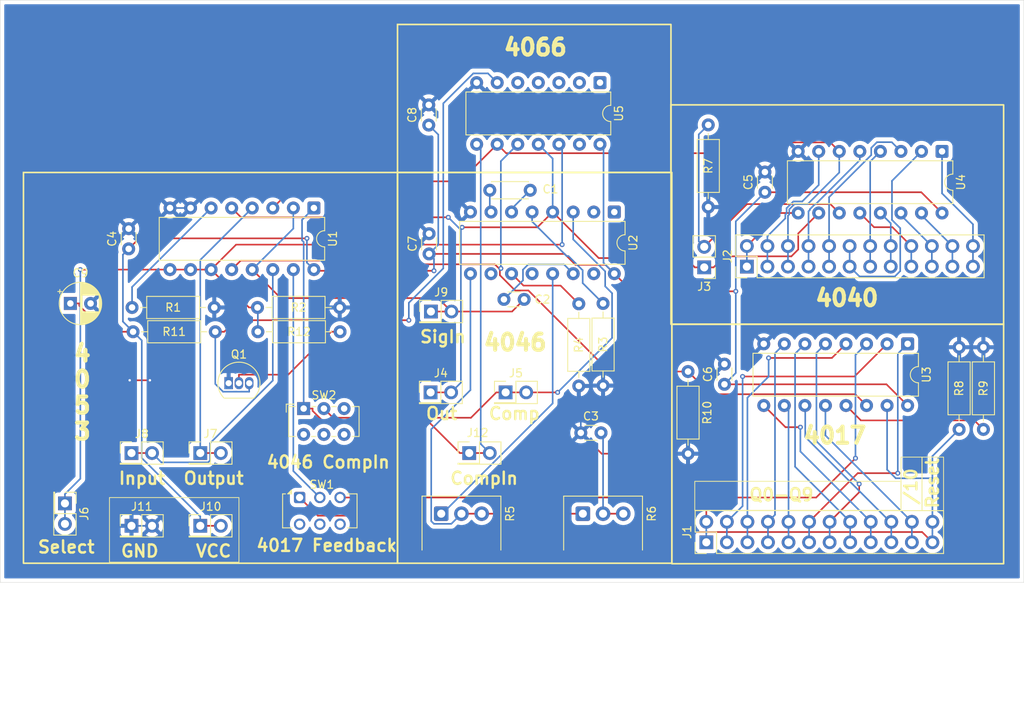
<source format=kicad_pcb>
(kicad_pcb (version 20241229) (generator "pcbnew") (generator_version "9.0")
  (layers (0 "F.Cu" signal) (2 "B.Cu" signal) (13 "F.Paste" user) (15 "B.Paste" user) (5 "F.SilkS" user "F.Silkscreen") (7 "B.SilkS" user "B.Silkscreen") (1 "F.Mask" user) (3 "B.Mask" user) (25 "Edge.Cuts" user))
  (net 0 "")
  (net 1 "Net-(U1-INH)")
  (net 2 "GND")
  (net 3 "Net-(U2-SigIn)")
  (net 4 "Net-(C3-Pad2)")
  (net 5 "/4040/Clock")
  (net 6 "/4040/Reset")
  (net 7 "/4046/SigIn")
  (net 8 "Net-(U2-C2)")
  (net 9 "Net-(U2-C1)")
  (net 10 "/4046/Comp")
  (net 11 "/4053/Select")
  (net 12 "Net-(U2-Inh)")
  (net 13 "Net-(U2-R1)")
  (net 16 "Net-(U2-VCOin)")
  (net 20 "VCC")
  (net 21 "Net-(U2-PC2)")
  (net 22 "/4017/Reset")
  (net 23 "/4017/ClockEnable")
  (net 24 "/4017/Clock")
  (net 25 "/4053/A")
  (net 26 "/4053/C")
  (net 27 "/4066/Cen")
  (net 28 "/4053/B")
  (net 29 "/4053/B1")
  (net 30 "/4017/Q1")
  (net 31 "/4017/Q2")
  (net 32 "/4017/Q6")
  (net 33 "/4017/Q7")
  (net 34 "/4017/Q8")
  (net 35 "/4017/Q0")
  (net 36 "/4017/Q5")
  (net 37 "/4017/Q3")
  (net 38 "/4017/Q4")
  (net 39 "/4017/Q10")
  (net 40 "/4017/Q9")
  (net 41 "/4040/Q0")
  (net 42 "/4040/Q11")
  (net 43 "/4040/Q7")
  (net 44 "/4040/Q3")
  (net 45 "/4040/Q9")
  (net 46 "/4040/Q4")
  (net 47 "/4040/Q8")
  (net 48 "/4040/Q5")
  (net 49 "/4040/Q1")
  (net 50 "/4040/Q2")
  (net 51 "/4040/Q6")
  (net 52 "/4040/Q10")
  (net 54 "/4066/Aen")
  (net 55 "Net-(Q1-B)")
  (net 56 "/4066/B2")
  (net 57 "/4066/Ben")
  (net 58 "/4066/B1")
  (net 59 "/4066/A2")
  (net 60 "/4066/A1")
  (footprint "Capacitor_THT:C_Disc_D4.3mm_W1.9mm_P5.00mm" (layer "F.Cu") (at 151 99.5 180)
    (property "Reference" "C1")
    (property "Value" "C1")
  )
  (footprint "Connector_PinHeader_2.54mm:PinHeader_2x01_P2.54mm_Vertical" (layer "F.Cu") (at 110.225 141)
    (property "Reference" "J10")
    (property "Value" "VCC")
  )
  (footprint "Package_DIP:DIP-14_W7.62mm" (layer "F.Cu") (at 159.62 86.195 -90)
    (property "Reference" "U5")
    (property "Value" "CD4066BE")
  )
  (footprint "Resistor_THT:R_Axial_DIN0207_L6.3mm_D2.5mm_P10.16mm_Horizontal" (layer "F.Cu") (at 117.34 117)
    (property "Reference" "R12")
    (property "Value" "100k")
  )
  (footprint "Package_DIP:DIP-16_W7.62mm" (layer "F.Cu") (at 197.64 118.5 -90)
    (property "Reference" "U3")
    (property "Value" "4017")
  )
  (footprint "Resistor_THT:R_Axial_DIN0207_L6.3mm_D2.5mm_P10.16mm_Horizontal" (layer "F.Cu") (at 101.795 114)
    (property "Reference" "R1")
    (property "Value" "100K")
  )
  (footprint "Resistor_THT:R_Axial_DIN0207_L6.3mm_D2.5mm_P10.16mm_Horizontal" (layer "F.Cu") (at 170.5 121.92 -90)
    (property "Reference" "R10")
    (property "Value" "100K")
  )
  (footprint "Resistor_THT:R_Axial_DIN0207_L6.3mm_D2.5mm_P10.16mm_Horizontal" (layer "F.Cu") (at 204 129.08 90)
    (property "Reference" "R8")
    (property "Value" "100K")
  )
  (footprint "Connector_PinHeader_2.54mm:PinHeader_2x12_P2.54mm_Vertical" (layer "F.Cu") (at 177.77 108.945 90)
    (property "Reference" "J2")
    (property "Value" "4040 Output")
  )
  (footprint "Capacitor_THT:C_Disc_D3.0mm_W1.6mm_P2.50mm" (layer "F.Cu") (at 147.75 113)
    (property "Reference" "C2")
    (property "Value" "1uF")
  )
  (footprint "Resistor_THT:R_Axial_DIN0207_L6.3mm_D2.5mm_P10.16mm_Horizontal" (layer "F.Cu") (at 173 91.42 -90)
    (property "Reference" "R7")
    (property "Value" "100K")
  )
  (footprint "Potentiometer_THT:Potentiometer_Alps_RK097_Single_Horizontal" (layer "F.Cu") (at 157.5 139.5 90)
    (property "Reference" "R6")
    (property "Value" "R6")
  )
  (footprint "Connector_PinHeader_2.54mm:PinHeader_2x01_P2.54mm_Vertical" (layer "F.Cu") (at 147.96 124.5)
    (property "Reference" "J5")
    (property "Value" "4046 Comp")
  )
  (footprint "Package_DIP:DIP-16_W7.62mm" (layer "F.Cu") (at 161.39 102.195 -90)
    (property "Reference" "U2")
    (property "Value" "4046")
  )
  (footprint "Package_DIP:DIP-16_W7.62mm" (layer "F.Cu") (at 124.265 101.695 -90)
    (property "Reference" "U1")
    (property "Value" "CD4053B")
  )
  (footprint "Capacitor_THT:C_Disc_D3.0mm_W1.6mm_P2.50mm" (layer "F.Cu") (at 138.46 91.445 90)
    (property "Reference" "C8")
    (property "Value" "100nF")
  )
  (footprint "Connector_PinHeader_2.54mm:PinHeader_2x01_P2.54mm_Vertical" (layer "F.Cu") (at 110.225 132)
    (property "Reference" "J7")
    (property "Value" "Output")
  )
  (footprint "Capacitor_THT:C_Disc_D3.0mm_W1.6mm_P2.50mm" (layer "F.Cu") (at 101.375 106.75 90)
    (property "Reference" "C4")
    (property "Value" "100nF")
  )
  (footprint "Button_Switch_THT:SW_E-Switch_EG1271_SPDT" (layer "F.Cu") (at 123 126.5)
    (property "Reference" "SW2")
    (property "Value" "4046 CompIn")
  )
  (footprint "Connector_PinHeader_2.54mm:PinHeader_2x01_P2.54mm_Vertical" (layer "F.Cu") (at 138.725 114.5)
    (property "Reference" "J9")
    (property "Value" "4046 SigIn")
  )
  (footprint "Connector_PinHeader_2.54mm:PinHeader_1x02_P2.54mm_Vertical" (layer "F.Cu") (at 172.5 109.04 180)
    (property "Reference" "J3")
    (property "Value" "4040 Input")
  )
  (footprint "Resistor_THT:R_Axial_DIN0207_L6.3mm_D2.5mm_P10.16mm_Horizontal" (layer "F.Cu") (at 117.295 114)
    (property "Reference" "R2")
    (property "Value" "100K")
  )
  (footprint "Capacitor_THT:C_Disc_D3.0mm_W1.6mm_P2.50mm" (layer "F.Cu") (at 175 123.5 90)
    (property "Reference" "C6")
    (property "Value" "100nF")
  )
  (footprint "Resistor_THT:R_Axial_DIN0207_L6.3mm_D2.5mm_P10.16mm_Horizontal" (layer "F.Cu") (at 207 129.08 90)
    (property "Reference" "R9")
    (property "Value" "100K")
  )
  (footprint "Connector_PinHeader_2.54mm:PinHeader_2x01_P2.54mm_Vertical" (layer "F.Cu") (at 101.725 141)
    (property "Reference" "J11")
    (property "Value" "GND")
  )
  (footprint "Package_DIP:DIP-16_W7.62mm" (layer "F.Cu") (at 201.89 94.695 -90)
    (property "Reference" "U4")
    (property "Value" "4040")
  )
  (footprint "Connector_PinHeader_2.54mm:PinHeader_2x01_P2.54mm_Vertical" (layer "F.Cu") (at 93.5 138.225 -90)
    (property "Reference" "J6")
    (property "Value" "Select")
  )
  (footprint "Button_Switch_THT:SW_CK_JS202011CQN_DPDT_Straight" (layer "F.Cu") (at 122.5 137.5)
    (property "Reference" "SW1")
    (property "Value" "4017 Feedback")
  )
  (footprint "Potentiometer_THT:Potentiometer_Alps_RK097_Single_Horizontal" (layer "F.Cu") (at 140 139.5 90)
    (property "Reference" "R5")
    (property "Value" "R5")
  )
  (footprint "Resistor_THT:R_Axial_DIN0207_L6.3mm_D2.5mm_P10.16mm_Horizontal" (layer "F.Cu") (at 101.92 117)
    (property "Reference" "R11")
    (property "Value" "10k")
  )
  (footprint "Connector_PinHeader_2.54mm:PinHeader_2x01_P2.54mm_Vertical" (layer "F.Cu") (at 143.46 132)
    (property "Reference" "J12")
    (property "Value" "4046 Comp In")
  )
  (footprint "Package_TO_SOT_THT:TO-92_Inline" (layer "F.Cu") (at 113.73 123.36)
    (property "Reference" "Q1")
    (property "Value" "2N3904")
  )
  (footprint "Connector_PinHeader_2.54mm:PinHeader_2x01_P2.54mm_Vertical" (layer "F.Cu") (at 138.685 124.5)
    (property "Reference" "J4")
    (property "Value" "4046 Out")
  )
  (footprint "Resistor_THT:R_Axial_DIN0207_L6.3mm_D2.5mm_P10.16mm_Horizontal" (layer "F.Cu") (at 160 113.5 -90)
    (property "Reference" "R3")
    (property "Value" "100K")
  )
  (footprint "Capacitor_THT:CP_Radial_D5.0mm_P2.50mm" (layer "F.Cu") (at 94.1699 113.5)
    (property "Reference" "C9")
    (property "Value" "10uF")
  )
  (footprint "Capacitor_THT:C_Disc_D3.0mm_W1.6mm_P2.50mm" (layer "F.Cu") (at 138.5 107.375 90)
    (property "Reference" "C7")
    (property "Value" "100nF")
  )
  (footprint "Capacitor_THT:C_Disc_D3.0mm_W1.6mm_P2.50mm" (layer "F.Cu") (at 157.25 129.5)
    (property "Reference" "C3")
    (property "Value" "1uF")
  )
  (footprint "Connector_PinHeader_2.54mm:PinHeader_2x01_P2.54mm_Vertical" (layer "F.Cu") (at 101.725 132)
    (property "Reference" "J8")
    (property "Value" "Input")
  )
  (footprint "Capacitor_THT:C_Disc_D3.0mm_W1.6mm_P2.50mm" (layer "F.Cu") (at 180 99.75 90)
    (property "Reference" "C5")
    (property "Value" "100nF")
  )
  (footprint "Resistor_THT:R_Axial_DIN0207_L6.3mm_D2.5mm_P10.16mm_Horizontal" (layer "F.Cu") (at 157 113.545 -90)
    (property "Reference" "R4")
    (property "Value" "100K")
  )
  (footprint "Connector_PinHeader_2.54mm:PinHeader_2x12_P2.54mm_Vertical" (layer "F.Cu") (at 172.76 143.04 90)
    (property "Reference" "J1")
    (property "Value" "4017 Pins")
  )
  (gr_line (start 101.5 123) (end 104 123) (stroke (width 0.2)) (layer "F.Cu") (net 2))
  (gr_rect (start 134.6 97.305) (end 168.5 145.625) (stroke (width 0.2)) (fill no) (layer "F.SilkS"))
  (gr_rect (start 168.5 116.07) (end 209.5 145.685) (stroke (width 0.2)) (fill no) (layer "F.SilkS"))
  (gr_rect (start 88.375 97.305) (end 134.6 145.625) (stroke (width 0.2)) (fill no) (layer "F.SilkS"))
  (gr_rect (start 199.42 132.5) (end 202.08 139.12) (stroke (width 0.1)) (fill no) (layer "F.SilkS"))
  (gr_rect (start 134.6 79) (end 168.39 97.305) (stroke (width 0.2)) (fill no) (layer "F.SilkS"))
  (gr_rect (start 168.39 88.945) (end 209.5 116.07) (stroke (width 0.2)) (fill no) (layer "F.SilkS"))
  (gr_rect (start 171.33 135.5) (end 196.83 139.08) (stroke (width 0.1)) (fill no) (layer "F.SilkS"))
  (gr_rect (start 196.83 132.5) (end 199.42 139.12) (stroke (width 0.1)) (fill no) (layer "F.SilkS"))
  (gr_rect (start 99 137.5) (end 115 145.5) (stroke (width 0.1)) (fill no) (layer "F.SilkS"))
  (gr_rect (start 85.5 76) (end 212 148) (stroke (width 0.05)) (fill no) (layer "Edge.Cuts"))
  (gr_text "4017" (at 184.5 131 0) (layer "F.SilkS") (effects (font (size 2 2) (thickness 0.5) (bold yes)) (justify left bottom)))
  (gr_text "CompIn" (at 140.96 136 0) (layer "F.SilkS") (effects (font (size 1.5 1.5) (thickness 0.3) (bold yes)) (justify left bottom)))
  (gr_text "4017 Feedback" (at 117 144.3 0) (layer "F.SilkS") (effects (font (size 1.5 1.5) (thickness 0.3) (bold yes)) (justify left bottom)))
  (gr_text "VCC" (at 109.53 145 0) (layer "F.SilkS") (effects (font (size 1.5 1.5) (thickness 0.3) (bold yes)) (justify left bottom)))
  (gr_text "4066" (at 147.5 83 0) (layer "F.SilkS") (effects (font (size 2 2) (thickness 0.5) (bold yes)) (justify left bottom)))
  (gr_text "Select" (at 90 144.5 0) (layer "F.SilkS") (effects (font (size 1.5 1.5) (thickness 0.3) (bold yes)) (justify left bottom)))
  (gr_text "Reset" (at 201.58 139 90) (layer "F.SilkS") (effects (font (size 1.5 1.5) (thickness 0.3) (bold yes)) (justify left bottom)))
  (gr_text "4046" (at 145 119.5 0) (layer "F.SilkS") (effects (font (size 2 2) (thickness 0.5) (bold yes)) (justify left bottom)))
  (gr_text "Q0-Q9" (at 177.92 138.04 0) (layer "F.SilkS") (effects (font (size 1.5 1.5) (thickness 0.3) (bold yes)) (justify left bottom)))
  (gr_text "4046 CompIn" (at 118.265 134 0) (layer "F.SilkS") (effects (font (size 1.5 1.5) (thickness 0.3) (bold yes)) (justify left bottom)))
  (gr_text "/10" (at 198.92 138.54 90) (layer "F.SilkS") (effects (font (size 1.5 1.5) (thickness 0.3) (bold yes)) (justify left bottom)))
  (gr_text "Input" (at 100 136 0) (layer "F.SilkS") (effects (font (size 1.5 1.5) (thickness 0.3) (bold yes)) (justify left bottom)))
  (gr_text "4040" (at 186 114 0) (layer "F.SilkS") (effects (font (size 2 2) (thickness 0.5) (bold yes)) (justify left bottom)))
  (gr_text "SigIn" (at 137.225 118.5 0) (layer "F.SilkS") (effects (font (size 1.5 1.5) (thickness 0.3) (bold yes)) (justify left bottom)))
  (gr_text "Output" (at 108 136 0) (layer "F.SilkS") (effects (font (size 1.5 1.5) (thickness 0.3) (bold yes)) (justify left bottom)))
  (gr_text "4\n0\n5\n3" (at 94.375 130.5 0) (layer "F.SilkS") (effects (font (size 2 2) (thickness 0.5) (bold yes)) (justify left bottom)))
  (gr_text "Out" (at 137.96 128 0) (layer "F.SilkS") (effects (font (size 1.5 1.5) (thickness 0.3) (bold yes)) (justify left bottom)))
  (gr_text "Comp" (at 145.73 128 0) (layer "F.SilkS") (effects (font (size 1.5 1.5) (thickness 0.3) (bold yes)) (justify left bottom)))
  (gr_text "GND" (at 100.265 145 0) (layer "F.SilkS") (effects (font (size 1.5 1.5) (thickness 0.3) (bold yes)) (justify left bottom)))
  (segment (start 111.565 101.695) (end 101.795 111.465) (width 0.2) (layer "B.Cu") (net 1))
  (segment (start 101.795 111.465) (end 101.795 114) (width 0.2) (layer "B.Cu") (net 1))
  (segment (start 160 123.66) (end 158.8983 123.66) (width 0.2) (layer "F.Cu") (net 2))
  (segment (start 207 118.92) (end 204 118.92) (width 0.2) (layer "F.Cu") (net 2))
  (segment (start 157 123.705) (end 158.8533 123.705) (width 0.2) (layer "F.Cu") (net 2))
  (segment (start 159.83 132.08) (end 170.5 132.08) (width 0.2) (layer "F.Cu") (net 2))
  (segment (start 158.8533 123.705) (end 158.8983 123.66) (width 0.2) (layer "F.Cu") (net 2))
  (segment (start 157.25 129.5) (end 159.83 132.08) (width 0.2) (layer "F.Cu") (net 2))
  (via (at 104 123) (size 0.6) (drill 0.3) (layers "F.Cu" "B.Cu") (net 2))
  (via (at 101.5 123) (size 0.6) (drill 0.3) (layers "F.Cu" "B.Cu") (net 2))
  (segment (start 109.025 101.695) (end 106.485 101.695) (width 0.2) (layer "B.Cu") (net 2))
  (segment (start 157.25 125.0567) (end 157 124.8067) (width 0.2) (layer "B.Cu") (net 2))
  (segment (start 157 123.705) (end 157 124.8067) (width 0.2) (layer "B.Cu") (net 2))
  (segment (start 101.725 141) (end 104.265 141) (width 0.2) (layer "B.Cu") (net 2))
  (segment (start 157.25 129.5) (end 157.25 125.0567) (width 0.2) (layer "B.Cu") (net 2))
  (segment (start 156.31 109.815) (end 155.1578 108.6628) (width 0.2) (layer "B.Cu") (net 3))
  (segment (start 155.1578 108.6628) (end 150.7613 108.6628) (width 0.2) (layer "B.Cu") (net 3))
  (segment (start 150.1016 109.3225) (end 150.1016 110.6484) (width 0.2) (layer "B.Cu") (net 3))
  (segment (start 150.1016 110.6484) (end 147.75 113) (width 0.2) (layer "B.Cu") (net 3))
  (segment (start 150.7613 108.6628) (end 150.1016 109.3225) (width 0.2) (layer "B.Cu") (net 3))
  (segment (start 162.5 139.5) (end 160 139.5) (width 0.2) (layer "F.Cu") (net 4))
  (segment (start 160 129.75) (end 159.75 129.5) (width 0.2) (layer "B.Cu") (net 4))
  (segment (start 160 139.5) (end 160 129.75) (width 0.2) (layer "B.Cu") (net 4))
  (segment (start 114.105 101.695) (end 115.2567 102.8467) (width 0.2) (layer "F.Cu") (net 5))
  (segment (start 175.0167 107.675) (end 183.2684 107.675) (width 0.2) (layer "F.Cu") (net 5))
  (segment (start 172.5 109.04) (end 173.6517 109.04) (width 0.2) (layer "F.Cu") (net 5))
  (segment (start 141.225 124.5) (end 138.685 124.5) (width 0.2) (layer "F.Cu") (net 5))
  (segment (start 173.6517 109.04) (end 175.0167 107.675) (width 0.2) (layer "F.Cu") (net 5))
  (segment (start 159.4633 107.8883) (end 153.77 102.195) (width 0.2) (layer "F.Cu") (net 5))
  (segment (start 153.77 102.195) (end 151.8818 104.0832) (width 0.2) (layer "F.Cu") (net 5))
  (segment (start 184.12 106.8234) (end 184.12 104.845) (width 0.2) (layer "F.Cu") (net 5))
  (segment (start 183.2684 107.675) (end 184.12 106.8234) (width 0.2) (layer "F.Cu") (net 5))
  (segment (start 170.1966 107.8883) (end 159.4633 107.8883) (width 0.2) (layer "F.Cu") (net 5))
  (segment (start 115.2567 102.8467) (end 140.8705 102.8467) (width 0.2) (layer "F.Cu") (net 5))
  (segment (start 184.12 104.845) (end 186.65 102.315) (width 0.2) (layer "F.Cu") (net 5))
  (segment (start 171.3483 109.04) (end 170.1966 107.8883) (width 0.2) (layer "F.Cu") (net 5))
  (segment (start 172.5 109.04) (end 171.3483 109.04) (width 0.2) (layer "F.Cu") (net 5))
  (segment (start 151.8818 104.0832) (end 142.5808 104.0832) (width 0.2) (layer "F.Cu") (net 5))
  (via (at 142.5808 104.0832) (size 0.6) (drill 0.3) (layers "F.Cu" "B.Cu") (net 5))
  (via (at 140.8705 102.8467) (size 0.6) (drill 0.3) (layers "F.Cu" "B.Cu") (net 5))
  (segment (start 142.3439 104.3201) (end 142.5808 104.0832) (width 0.2) (layer "B.Cu") (net 5))
  (segment (start 142.4294 123.2956) (end 142.4294 104.4056) (width 0.2) (layer "B.Cu") (net 5))
  (segment (start 153.77 102.195) (end 153.77 95.585) (width 0.2) (layer "B.Cu") (net 5))
  (segment (start 142.3439 104.3201) (end 140.8705 102.8467) (width 0.2) (layer "B.Cu") (net 5))
  (segment (start 141.225 124.5) (end 142.4294 123.2956) (width 0.2) (layer "B.Cu") (net 5))
  (segment (start 153.77 95.585) (end 152 93.815) (width 0.2) (layer "B.Cu") (net 5))
  (segment (start 142.4294 104.4056) (end 142.3439 104.3201) (width 0.2) (layer "B.Cu") (net 5))
  (segment (start 172.5 106.5) (end 177.7867 101.2133) (width 0.2) (layer "F.Cu") (net 6))
  (segment (start 188.0883 101.2133) (end 189.19 102.315) (width 0.2) (layer "F.Cu") (net 6))
  (segment (start 177.7867 101.2133) (end 188.0883 101.2133) (width 0.2) (layer "F.Cu") (net 6))
  (segment (start 171.8241 105.8241) (end 171.8241 92.5959) (width 0.2) (layer "B.Cu") (net 6))
  (segment (start 172.5 106.5) (end 171.8241 105.8241) (width 0.2) (layer "B.Cu") (net 6))
  (segment (start 171.8241 92.5959) (end 173 91.42) (width 0.2) (layer "B.Cu") (net 6))
  (segment (start 148.75 114.5) (end 141.265 114.5) (width 0.2) (layer "F.Cu") (net 7))
  (segment (start 150.25 113) (end 148.75 114.5) (width 0.2) (layer "F.Cu") (net 7))
  (segment (start 141.265 114.5) (end 138.725 114.5) (width 0.2) (layer "F.Cu") (net 7))
  (segment (start 139.6041 112.8391) (end 141.265 114.5) (width 0.2) (layer "F.Cu") (net 7))
  (segment (start 120.1691 112.8391) (end 139.6041 112.8391) (width 0.2) (layer "F.Cu") (net 7))
  (segment (start 116.645 109.315) (end 120.1691 112.8391) (width 0.2) (layer "F.Cu") (net 7))
  (segment (start 116.645 109.315) (end 121.725 104.235) (width 0.2) (layer "B.Cu") (net 7))
  (segment (start 121.725 104.235) (end 121.725 101.695) (width 0.2) (layer "B.Cu") (net 7))
  (segment (start 146.15 102.195) (end 146 102.045) (width 0.2) (layer "B.Cu") (net 8))
  (segment (start 146 102.045) (end 146 99.5) (width 0.2) (layer "B.Cu") (net 8))
  (segment (start 148.69 101.81) (end 151 99.5) (width 0.2) (layer "B.Cu") (net 9))
  (segment (start 148.69 102.195) (end 148.69 101.81) (width 0.2) (layer "B.Cu") (net 9))
  (segment (start 147.96 124.5) (end 150.5 124.5) (width 0.2) (layer "F.Cu") (net 10))
  (segment (start 143.6731 127.6352) (end 146.8083 124.5) (width 0.2) (layer "F.Cu") (net 10))
  (segment (start 150.5 124.5) (end 154.3838 124.5) (width 0.2) (layer "F.Cu") (net 10))
  (segment (start 125.5 126.5) (end 126.6352 127.6352) (width 0.2) (layer "F.Cu") (net 10))
  (segment (start 147.96 124.5) (end 146.8083 124.5) (width 0.2) (layer "F.Cu") (net 10))
  (segment (start 126.6352 127.6352) (end 143.6731 127.6352) (width 0.2) (layer "F.Cu") (net 10))
  (via (at 154.3838 124.5) (size 0.6) (drill 0.3) (layers "F.Cu" "B.Cu") (net 10))
  (segment (start 156.31 102.195) (end 156.31 105.5803) (width 0.2) (layer "B.Cu") (net 10))
  (segment (start 161.1129 117.7709) (end 154.3838 124.5) (width 0.2) (layer "B.Cu") (net 10))
  (segment (start 160.2616 111.3803) (end 161.1129 112.2316) (width 0.2) (layer "B.Cu") (net 10))
  (segment (start 160.2616 109.5319) (end 160.2616 111.3803) (width 0.2) (layer "B.Cu") (net 10))
  (segment (start 161.1129 112.2316) (end 161.1129 117.7709) (width 0.2) (layer "B.Cu") (net 10))
  (segment (start 156.31 105.5803) (end 160.2616 109.5319) (width 0.2) (layer "B.Cu") (net 10))
  (segment (start 111.565 109.315) (end 109.025 109.315) (width 0.2) (layer "F.Cu") (net 11))
  (segment (start 116.25 114) (end 117.295 114) (width 0.2) (layer "F.Cu") (net 11))
  (segment (start 109.025 109.315) (end 106.485 109.315) (width 0.2) (layer "F.Cu") (net 11))
  (segment (start 114.656 106.224) (end 154.9412 106.224) (width 0.2) (layer "F.Cu") (net 11))
  (segment (start 111.565 109.315) (end 116.25 114) (width 0.2) (layer "F.Cu") (net 11))
  (segment (start 111.565 109.315) (end 114.656 106.224) (width 0.2) (layer "F.Cu") (net 11))
  (segment (start 106.485 109.315) (end 95.4049 109.315) (width 0.2) (layer "F.Cu") (net 11))
  (via (at 154.9412 106.224) (size 0.6) (drill 0.3) (layers "F.Cu" "B.Cu") (net 11))
  (via (at 95.4049 109.315) (size 0.6) (drill 0.3) (layers "F.Cu" "B.Cu") (net 11))
  (segment (start 117.34 114.045) (end 117.34 117) (width 0.2) (layer "B.Cu") (net 11))
  (segment (start 154.9412 94.2162) (end 154.9412 106.224) (width 0.2) (layer "B.Cu") (net 11))
  (segment (start 154.54 93.815) (end 154.9412 94.2162) (width 0.2) (layer "B.Cu") (net 11))
  (segment (start 93.5 137.0733) (end 95.4049 135.1684) (width 0.2) (layer "B.Cu") (net 11))
  (segment (start 95.4049 135.1684) (end 95.4049 109.315) (width 0.2) (layer "B.Cu") (net 11))
  (segment (start 93.5 138.225) (end 93.5 137.0733) (width 0.2) (layer "B.Cu") (net 11))
  (segment (start 93.5 140.765) (end 93.5 138.225) (width 0.2) (layer "B.Cu") (net 11))
  (segment (start 117.295 114) (end 117.34 114.045) (width 0.2) (layer "B.Cu") (net 11))
  (segment (start 151.23 103.3711) (end 151.23 102.195) (width 0.2) (layer "B.Cu") (net 12))
  (segment (start 155.4971 107.6382) (end 151.23 103.3711) (width 0.2) (layer "B.Cu") (net 12))
  (segment (start 160 113.5) (end 157.48 110.98) (width 0.2) (layer "B.Cu") (net 12))
  (segment (start 157.48 109.3992) (end 155.719 107.6382) (width 0.2) (layer "B.Cu") (net 12))
  (segment (start 155.719 107.6382) (end 155.4971 107.6382) (width 0.2) (layer "B.Cu") (net 12))
  (segment (start 157.48 110.98) (end 157.48 109.3992) (width 0.2) (layer "B.Cu") (net 12))
  (segment (start 157 113.545) (end 154.7459 111.2909) (width 0.2) (layer "F.Cu") (net 13))
  (segment (start 154.7459 111.2909) (end 150.1659 111.2909) (width 0.2) (layer "F.Cu") (net 13))
  (segment (start 150.1659 111.2909) (end 148.69 109.815) (width 0.2) (layer "F.Cu") (net 13))
  (segment (start 142.5 139.5) (end 145 139.5) (width 0.2) (layer "F.Cu") (net 16))
  (segment (start 145 139.5) (end 157.5 139.5) (width 0.2) (layer "F.Cu") (net 16))
  (segment (start 138.7658 140.4197) (end 138.7658 129.0525) (width 0.2) (layer "B.Cu") (net 16))
  (segment (start 139.0993 140.7532) (end 138.7658 140.4197) (width 0.2) (layer "B.Cu") (net 16))
  (segment (start 141.2468 140.7532) (end 139.0993 140.7532) (width 0.2) (layer "B.Cu") (net 16))
  (segment (start 143.61 124.2083) (end 143.61 109.815) (width 0.2) (layer "B.Cu") (net 16))
  (segment (start 142.5 139.5) (end 141.2468 140.7532) (width 0.2) (layer "B.Cu") (net 16))
  (segment (start 138.7658 129.0525) (end 143.61 124.2083) (width 0.2) (layer "B.Cu") (net 16))
  (segment (start 124.4119 109.4619) (end 124.265 109.315) (width 0.2) (layer "F.Cu") (net 20))
  (segment (start 102.673 105.452) (end 101.375 106.75) (width 0.2) (layer "F.Cu") (net 20))
  (segment (start 139.103 109.4619) (end 124.4119 109.4619) (width 0.2) (layer "F.Cu") (net 20))
  (segment (start 155.2435 107.375) (end 138.5 107.375) (width 0.2) (layer "F.Cu") (net 20))
  (segment (start 197.64 126.12) (end 195.02 123.5) (width 0.2) (layer "F.Cu") (net 20))
  (segment (start 180 99.75) (end 199.325 99.75) (width 0.2) (layer "F.Cu") (net 20))
  (segment (start 94.1699 113.5) (end 95.2716 113.5) (width 0.2) (layer "F.Cu") (net 20))
  (segment (start 161.39 109.815) (end 163.575 112) (width 0.2) (layer "F.Cu") (net 20))
  (segment (start 95.2716 113.5) (end 95.2716 113.7754) (width 0.2) (layer "F.Cu") (net 20))
  (segment (start 195.02 123.5) (end 175 123.5) (width 0.2) (layer "F.Cu") (net 20))
  (segment (start 98.4962 117) (end 101.92 117) (width 0.2) (layer "F.Cu") (net 20))
  (segment (start 112.765 141) (end 110.225 141) (width 0.2) (layer "F.Cu") (net 20))
  (segment (start 95.2716 113.7754) (end 98.4962 117) (width 0.2) (layer "F.Cu") (net 20))
  (segment (start 199.325 99.75) (end 201.89 102.315) (width 0.2) (layer "F.Cu") (net 20))
  (segment (start 123.4029 105.452) (end 102.673 105.452) (width 0.2) (layer "F.Cu") (net 20))
  (segment (start 156.5818 108.7133) (end 155.2435 107.375) (width 0.2) (layer "F.Cu") (net 20))
  (segment (start 161.39 109.815) (end 160.2883 108.7133) (width 0.2) (layer "F.Cu") (net 20))
  (segment (start 163.575 112) (end 176.3998 112) (width 0.2) (layer "F.Cu") (net 20))
  (segment (start 160.2883 108.7133) (end 156.5818 108.7133) (width 0.2) (layer "F.Cu") (net 20))
  (via (at 139.103 109.4619) (size 0.6) (drill 0.3) (layers "F.Cu" "B.Cu") (net 20))
  (via (at 176.3998 112) (size 0.6) (drill 0.3) (layers "F.Cu" "B.Cu") (net 20))
  (via (at 123.4029 105.452) (size 0.6) (drill 0.3) (layers "F.Cu" "B.Cu") (net 20))
  (segment (start 100.6653 115.7453) (end 100.6653 107.4597) (width 0.2) (layer "B.Cu") (net 20))
  (segment (start 110.225 141) (end 110.225 139.8483) (width 0.2) (layer "B.Cu") (net 20))
  (segment (start 139.6373 92.6223) (end 139.6373 106.2377) (width 0.2) (layer "B.Cu") (net 20))
  (segment (start 102.995 118.075) (end 101.92 117) (width 0.2) (layer "B.Cu") (net 20))
  (segment (start 139.103 107.978) (end 139.103 109.4619) (width 0.2) (layer "B.Cu") (net 20))
  (segment (start 180 99.75) (end 176.3998 103.3502) (width 0.2) (layer "B.Cu") (net 20))
  (segment (start 138.5 107.375) (end 139.103 107.978) (width 0.2) (layer "B.Cu") (net 20))
  (segment (start 124.265 109.315) (end 123.4029 108.4529) (width 0.2) (layer "B.Cu") (net 20))
  (segment (start 101.92 117) (end 100.6653 115.7453) (width 0.2) (layer "B.Cu") (net 20))
  (segment (start 102.995 132.6183) (end 102.995 118.075) (width 0.2) (layer "B.Cu") (net 20))
  (segment (start 123.4029 108.4529) (end 123.4029 105.452) (width 0.2) (layer "B.Cu") (net 20))
  (segment (start 160.0561 108.4811) (end 160.0561 94.2511) (width 0.2) (layer "B.Cu") (net 20))
  (segment (start 176.3998 103.3502) (end 176.3998 112) (width 0.2) (layer "B.Cu") (net 20))
  (segment (start 138.46 91.445) (end 139.6373 92.6223) (width 0.2) (layer "B.Cu") (net 20))
  (segment (start 161.39 109.815) (end 160.0561 108.4811) (width 0.2) (layer "B.Cu") (net 20))
  (segment (start 160.0561 94.2511) (end 159.62 93.815) (width 0.2) (layer "B.Cu") (net 20))
  (segment (start 110.225 139.8483) (end 102.995 132.6183) (width 0.2) (layer "B.Cu") (net 20))
  (segment (start 100.6653 107.4597) (end 101.375 106.75) (width 0.2) (layer "B.Cu") (net 20))
  (segment (start 176.3998 112) (end 176.3998 122.1002) (width 0.2) (layer "B.Cu") (net 20))
  (segment (start 176.3998 122.1002) (end 175 123.5) (width 0.2) (layer "B.Cu") (net 20))
  (segment (start 139.6373 106.2377) (end 138.5 107.375) (width 0.2) (layer "B.Cu") (net 20))
  (segment (start 153.77 125.8588) (end 153.77 109.815) (width 0.2) (layer "B.Cu") (net 21))
  (segment (start 140 139.5) (end 140.1288 139.5) (width 0.2) (layer "B.Cu") (net 21))
  (segment (start 140.1288 139.5) (end 153.77 125.8588) (width 0.2) (layer "B.Cu") (net 21))
  (segment (start 199.43 141.77) (end 200.7 143.04) (width 0.2) (layer "F.Cu") (net 22))
  (segment (start 129.6737 139.7445) (end 131.6992 141.77) (width 0.2) (layer "F.Cu") (net 22))
  (segment (start 131.6992 141.77) (end 199.43 141.77) (width 0.2) (layer "F.Cu") (net 22))
  (segment (start 124.7445 139.7445) (end 129.6737 139.7445) (width 0.2) (layer "F.Cu") (net 22))
  (segment (start 122.5 137.5) (end 124.7445 139.7445) (width 0.2) (layer "F.Cu") (net 22))
  (segment (start 196.1695 135.119) (end 195.1 134.0495) (width 0.2) (layer "B.Cu") (net 22))
  (segment (start 195.1 134.0495) (end 195.1 126.12) (width 0.2) (layer "B.Cu") (net 22))
  (segment (start 200.7 140.5) (end 200.7 135.119) (width 0.2) (layer "B.Cu") (net 22))
  (segment (start 200.7 135.119) (end 200.7 132.38) (width 0.2) (layer "B.Cu") (net 22))
  (segment (start 200.7 132.38) (end 204 129.08) (width 0.2) (layer "B.Cu") (net 22))
  (segment (start 200.7 135.119) (end 196.1695 135.119) (width 0.2) (layer "B.Cu") (net 22))
  (segment (start 200.7 140.5) (end 200.7 143.04) (width 0.2) (layer "B.Cu") (net 22))
  (segment (start 191.8645 127.9645) (end 190.02 126.12) (width 0.2) (layer "F.Cu") (net 23))
  (segment (start 205.8845 127.9645) (end 191.8645 127.9645) (width 0.2) (layer "F.Cu") (net 23))
  (segment (start 207 129.08) (end 205.8845 127.9645) (width 0.2) (layer "F.Cu") (net 23))
  (segment (start 146.6214 108.6561) (end 147.2517 109.2864) (width 0.2) (layer "F.Cu") (net 24))
  (segment (start 191.1651 124.7251) (end 173.3051 124.7251) (width 0.2) (layer "F.Cu") (net 24))
  (segment (start 147.2517 110.012) (end 149.136 111.8963) (width 0.2) (layer "F.Cu") (net 24))
  (segment (start 173.3051 124.7251) (end 170.5 121.92) (width 0.2) (layer "F.Cu") (net 24))
  (segment (start 192.56 126.12) (end 191.1651 124.7251) (width 0.2) (layer "F.Cu") (net 24))
  (segment (start 150.7713 111.8963) (end 160.795 121.92) (width 0.2) (layer "F.Cu") (net 24))
  (segment (start 160.795 121.92) (end 170.5 121.92) (width 0.2) (layer "F.Cu") (net 24))
  (segment (start 129.8384 108.6561) (end 146.6214 108.6561) (width 0.2) (layer "F.Cu") (net 24))
  (segment (start 147.3698 109.1683) (end 147.2517 109.2864) (width 0.2) (layer "F.Cu") (net 24))
  (segment (start 149.136 111.8963) (end 150.7713 111.8963) (width 0.2) (layer "F.Cu") (net 24))
  (segment (start 147.2517 109.2864) (end 147.2517 110.012) (width 0.2) (layer "F.Cu") (net 24))
  (segment (start 129.3765 108.1942) (end 129.8384 108.6561) (width 0.2) (layer "F.Cu") (net 24))
  (segment (start 115.2258 108.1942) (end 129.3765 108.1942) (width 0.2) (layer "F.Cu") (net 24))
  (segment (start 114.105 109.315) (end 115.2258 108.1942) (width 0.2) (layer "F.Cu") (net 24))
  (via (at 147.3698 109.1683) (size 0.6) (drill 0.3) (layers "F.Cu" "B.Cu") (net 24))
  (segment (start 147.3698 95.9052) (end 147.3698 109.1683) (width 0.2) (layer "B.Cu") (net 24))
  (segment (start 149.46 93.815) (end 147.3698 95.9052) (width 0.2) (layer "B.Cu") (net 24))
  (segment (start 104.265 132) (end 101.725 132) (width 0.2) (layer "F.Cu") (net 25))
  (segment (start 111.2 133.1517) (end 111.435 132.9167) (width 0.2) (layer "B.Cu") (net 25))
  (segment (start 105.4167 133.1517) (end 111.2 133.1517) (width 0.2) (layer "B.Cu") (net 25))
  (segment (start 111.435 132.9167) (end 111.435 130.7849) (width 0.2) (layer "B.Cu") (net 25))
  (segment (start 111.435 130.7849) (end 119.185 123.0349) (width 0.2) (layer "B.Cu") (net 25))
  (segment (start 119.185 123.0349) (end 119.185 109.315) (width 0.2) (layer "B.Cu") (net 25))
  (segment (start 104.265 132) (end 105.4167 133.1517) (width 0.2) (layer "B.Cu") (net 25))
  (segment (start 112.765 132) (end 110.225 132) (width 0.2) (layer "F.Cu") (net 26))
  (segment (start 110.225 108.115) (end 110.225 132) (width 0.2) (layer "B.Cu") (net 26))
  (segment (start 116.645 101.695) (end 110.225 108.115) (width 0.2) (layer "B.Cu") (net 26))
  (segment (start 135.9982 115.5734) (end 114.6083 115.5734) (width 0.2) (layer "F.Cu") (net 27))
  (segment (start 114.6083 115.5734) (end 113.1817 117) (width 0.2) (layer "F.Cu") (net 27))
  (segment (start 112.08 117) (end 113.1817 117) (width 0.2) (layer "F.Cu") (net 27))
  (via (at 135.9982 115.5734) (size 0.6) (drill 0.3) (layers "F.Cu" "B.Cu") (net 27))
  (segment (start 135.9982 113.4176) (end 140.2556 109.1602) (width 0.2) (layer "B.Cu") (net 27))
  (segment (start 112.08 117) (end 112.08 123.4539) (width 0.2) (layer "B.Cu") (net 27))
  (segment (start 116.27 123.36) (end 116.27 124.4117) (width 0.2) (layer "B.Cu") (net 27))
  (segment (start 135.9982 115.5734) (end 135.9982 113.4176) (width 0.2) (layer "B.Cu") (net 27))
  (segment (start 112.08 123.4539) (end 113.0378 124.4117) (width 0.2) (layer "B.Cu") (net 27))
  (segment (start 140.2556 88.7614) (end 143.9644 85.0526) (width 0.2) (layer "B.Cu") (net 27))
  (segment (start 145.7776 85.0526) (end 146.92 86.195) (width 0.2) (layer "B.Cu") (net 27))
  (segment (start 113.0378 124.4117) (end 116.27 124.4117) (width 0.2) (layer "B.Cu") (net 27))
  (segment (start 143.9644 85.0526) (end 145.7776 85.0526) (width 0.2) (layer "B.Cu") (net 27))
  (segment (start 140.2556 109.1602) (end 140.2556 88.7614) (width 0.2) (layer "B.Cu") (net 27))
  (segment (start 125 137.5) (end 121.725 134.225) (width 0.2) (layer "B.Cu") (net 28))
  (segment (start 121.725 134.225) (end 121.725 109.315) (width 0.2) (layer "B.Cu") (net 28))
  (segment (start 124.1017 126.7754) (end 125.5023 128.176) (width 0.2) (layer "F.Cu") (net 29))
  (segment (start 143.46 132) (end 142.3083 132) (width 0.2) (layer "F.Cu") (net 29))
  (segment (start 124.1017 126.5) (end 124.1017 126.7754) (width 0.2) (layer "F.Cu") (net 29))
  (segment (start 123 126.5) (end 124.1017 126.5) (width 0.2) (layer "F.Cu") (net 29))
  (segment (start 138.4843 128.176) (end 142.3083 132) (width 0.2) (layer "F.Cu") (net 29))
  (segment (start 125.5023 128.176) (end 138.4843 128.176) (width 0.2) (layer "F.Cu") (net 29))
  (segment (start 146 132) (end 143.46 132) (width 0.2) (layer "F.Cu") (net 29))
  (segment (start 124.265 101.695) (end 122.8012 103.1588) (width 0.2) (layer "B.Cu") (net 29))
  (segment (start 122.8012 103.1588) (end 122.8012 105.7011) (width 0.2) (layer "B.Cu") (net 29))
  (segment (start 122.8012 105.7011) (end 123 105.8999) (width 0.2) (layer "B.Cu") (net 29))
  (segment (start 144.88 130.88) (end 146 132) (width 0.2) (layer "B.Cu") (net 29))
  (segment (start 144.88 94.315) (end 144.88 130.88) (width 0.2) (layer "B.Cu") (net 29))
  (segment (start 123 105.8999) (end 123 126.5) (width 0.2) (layer "B.Cu") (net 29))
  (segment (start 144.38 93.815) (end 144.88 94.315) (width 0.2) (layer "B.Cu") (net 29))
  (segment (start 195.1 118.5) (end 191.0675 122.5325) (width 0.2) (layer "F.Cu") (net 30))
  (segment (start 191.0675 122.5325) (end 177.2423 122.5325) (width 0.2) (layer "F.Cu") (net 30))
  (via (at 177.2423 122.5325) (size 0.6) (drill 0.3) (layers "F.Cu" "B.Cu") (net 30))
  (segment (start 177.2423 122.5325) (end 177.2423 138.5577) (width 0.2) (layer "B.Cu") (net 30))
  (segment (start 177.2423 138.5577) (end 175.3 140.5) (width 0.2) (layer "B.Cu") (net 30))
  (segment (start 175.3 140.5) (end 175.3 143.04) (width 0.2) (layer "B.Cu") (net 30))
  (segment (start 188.2813 120.2387) (end 180.4568 120.2387) (width 0.2) (layer "F.Cu") (net 31))
  (segment (start 190.02 118.5) (end 188.2813 120.2387) (width 0.2) (layer "F.Cu") (net 31))
  (via (at 180.4568 120.2387) (size 0.6) (drill 0.3) (layers "F.Cu" "B.Cu") (net 31))
  (segment (start 177.84 125.16) (end 180.4568 122.5432) (width 0.2) (layer "B.Cu") (net 31))
  (segment (start 180.4568 122.5432) (end 180.4568 120.2387) (width 0.2) (layer "B.Cu") (net 31))
  (segment (start 177.84 140.5) (end 177.84 125.16) (width 0.2) (layer "B.Cu") (net 31))
  (segment (start 177.84 140.5) (end 177.84 143.04) (width 0.2) (layer "B.Cu") (net 31))
  (segment (start 191.6509 136.8491) (end 191.6509 135.8251) (width 0.2) (layer "F.Cu") (net 32))
  (segment (start 188 140.5) (end 191.6509 136.8491) (width 0.2) (layer "F.Cu") (net 32))
  (via (at 191.6509 135.8251) (size 0.6) (drill 0.3) (layers "F.Cu" "B.Cu") (net 32))
  (segment (start 188 140.5) (end 188 143.04) (width 0.2) (layer "B.Cu") (net 32))
  (segment (start 191.6509 135.8251) (end 186.3687 130.5429) (width 0.2) (layer "B.Cu") (net 32))
  (segment (start 186.3687 119.6113) (end 187.48 118.5) (width 0.2) (layer "B.Cu") (net 32))
  (segment (start 186.3687 130.5429) (end 186.3687 119.6113) (width 0.2) (layer "B.Cu") (net 32))
  (segment (start 183.7275 133.6875) (end 183.7275 119.7125) (width 0.2) (layer "B.Cu") (net 33))
  (segment (start 190.54 140.5) (end 183.7275 133.6875) (width 0.2) (layer "B.Cu") (net 33))
  (segment (start 190.54 140.5) (end 190.54 143.04) (width 0.2) (layer "B.Cu") (net 33))
  (segment (start 183.7275 119.7125) (end 184.94 118.5) (width 0.2) (layer "B.Cu") (net 33))
  (segment (start 182.542 128.802) (end 184.3844 128.802) (width 0.2) (layer "F.Cu") (net 34))
  (segment (start 179.86 126.12) (end 182.542 128.802) (width 0.2) (layer "F.Cu") (net 34))
  (via (at 184.3844 128.802) (size 0.6) (drill 0.3) (layers "F.Cu" "B.Cu") (net 34))
  (segment (start 193.08 140.5) (end 184.3844 131.8044) (width 0.2) (layer "B.Cu") (net 34))
  (segment (start 184.3844 131.8044) (end 184.3844 128.802) (width 0.2) (layer "B.Cu") (net 34))
  (segment (start 193.08 140.5) (end 193.08 143.04) (width 0.2) (layer "B.Cu") (net 34))
  (segment (start 172.76 137.5) (end 186.3333 137.5) (width 0.2) (layer "F.Cu") (net 35))
  (segment (start 127.5 137.5) (end 172.76 137.5) (width 0.2) (layer "F.Cu") (net 35))
  (segment (start 186.3333 137.5) (end 191.1928 132.6405) (width 0.2) (layer "F.Cu") (net 35))
  (segment (start 172.76 140.5) (end 172.76 137.5) (width 0.2) (layer "F.Cu") (net 35))
  (via (at 191.1928 132.6405) (size 0.6) (drill 0.3) (layers "F.Cu" "B.Cu") (net 35))
  (segment (start 172.76 140.5) (end 172.76 143.04) (width 0.2) (layer "B.Cu") (net 35))
  (segment (start 191.1928 119.8672) (end 191.1928 132.6405) (width 0.2) (layer "B.Cu") (net 35))
  (segment (start 192.56 118.5) (end 191.1928 119.8672) (width 0.2) (layer "B.Cu") (net 35))
  (segment (start 191.4715 134.4885) (end 196.4205 134.4885) (width 0.2) (layer "F.Cu") (net 36))
  (segment (start 185.46 140.5) (end 191.4715 134.4885) (width 0.2) (layer "F.Cu") (net 36))
  (via (at 196.4205 134.4885) (size 0.6) (drill 0.3) (layers "F.Cu" "B.Cu") (net 36))
  (segment (start 196.4205 119.7195) (end 196.4205 134.4885) (width 0.2) (layer "B.Cu") (net 36))
  (segment (start 197.64 118.5) (end 196.4205 119.7195) (width 0.2) (layer "B.Cu") (net 36))
  (segment (start 185.46 140.5) (end 185.46 143.04) (width 0.2) (layer "B.Cu") (net 36))
  (segment (start 181.2451 139.6349) (end 180.38 140.5) (width 0.2) (layer "B.Cu") (net 37))
  (segment (start 181.2451 119.6549) (end 181.2451 139.6349) (width 0.2) (layer "B.Cu") (net 37))
  (segment (start 182.4 118.5) (end 181.2451 119.6549) (width 0.2) (layer "B.Cu") (net 37))
  (segment (start 180.38 140.5) (end 180.38 143.04) (width 0.2) (layer "B.Cu") (net 37))
  (segment (start 182.92 143.04) (end 182.92 140.5) (width 0.2) (layer "B.Cu") (net 38))
  (segment (start 182.92 140.5) (end 182.92 126.64) (width 0.2) (layer "B.Cu") (net 38))
  (segment (start 182.92 126.64) (end 182.4 126.12) (width 0.2) (layer "B.Cu") (net 38))
  (segment (start 187.48 129.82) (end 187.48 126.12) (width 0.2) (layer "B.Cu") (net 39))
  (segment (start 198.16 140.5) (end 187.48 129.82) (width 0.2) (layer "B.Cu") (net 39))
  (segment (start 198.16 140.5) (end 198.16 143.04) (width 0.2) (layer "B.Cu") (net 39))
  (segment (start 184.9861 126.1661) (end 184.9861 130.0111) (width 0.2) (layer "B.Cu") (net 40))
  (segment (start 195.62 143.04) (end 195.62 140.5) (width 0.2) (layer "B.Cu") (net 40))
  (segment (start 184.94 126.12) (end 184.9861 126.1661) (width 0.2) (layer "B.Cu") (net 40))
  (segment (start 184.9861 130.0111) (end 195.475 140.5) (width 0.2) (layer "B.Cu") (net 40))
  (segment (start 195.475 140.5) (end 195.62 140.5) (width 0.2) (layer "B.Cu") (net 40))
  (segment (start 181.86 102.315) (end 177.77 106.405) (width 0.2) (layer "F.Cu") (net 41))
  (segment (start 184.11 102.315) (end 181.86 102.315) (width 0.2) (layer "F.Cu") (net 41))
  (segment (start 177.77 106.405) (end 177.77 108.945) (width 0.2) (layer "B.Cu") (net 41))
  (segment (start 205.71 106.405) (end 205.71 108.945) (width 0.2) (layer "B.Cu") (net 42))
  (segment (start 205.71 106.405) (end 205.71 103.71) (width 0.2) (layer "B.Cu") (net 42))
  (segment (start 205.71 103.71) (end 201.89 99.89) (width 0.2) (layer "B.Cu") (net 42))
  (segment (start 201.89 99.89) (end 201.89 94.695) (width 0.2) (layer "B.Cu") (net 42))
  (segment (start 195.55 103.595) (end 194.27 102.315) (width 0.2) (layer "B.Cu") (net 43))
  (segment (start 195.55 106.405) (end 195.55 103.595) (width 0.2) (layer "B.Cu") (net 43))
  (segment (start 195.55 108.945) (end 195.55 106.405) (width 0.2) (layer "B.Cu") (net 43))
  (segment (start 185.549 101.951) (end 185.39 102.11) (width 0.2) (layer "B.Cu") (net 44))
  (segment (start 185.39 108.945) (end 185.39 106.405) (width 0.2) (layer "B.Cu") (net 44))
  (segment (start 185.39 102.11) (end 185.39 106.405) (width 0.2) (layer "B.Cu") (net 44))
  (segment (start 186.19395 101.214) (end 185.549 101.85895) (width 0.2) (layer "B.Cu") (net 44))
  (segment (start 185.549 101.85895) (end 185.549 101.951) (width 0.2) (layer "B.Cu") (net 44))
  (segment (start 191.73 95.77) (end 186.286 101.214) (width 0.2) (layer "B.Cu") (net 44))
  (segment (start 186.286 101.214) (end 186.19395 101.214) (width 0.2) (layer "B.Cu") (net 44))
  (segment (start 191.73 94.695) (end 191.73 95.77) (width 0.2) (layer "B.Cu") (net 44))
  (segment (start 196.81 102.585) (end 196.81 102.315) (width 0.2) (layer "B.Cu") (net 45))
  (segment (start 200.63 108.945) (end 200.63 106.405) (width 0.2) (layer "B.Cu") (net 45))
  (segment (start 200.63 106.405) (end 196.81 102.585) (width 0.2) (layer "B.Cu") (net 45))
  (segment (start 196.81 94.695) (end 195.6712 93.5562) (width 0.2) (layer "B.Cu") (net 46))
  (segment (start 193.8463 93.5562) (end 193.1416 94.2609) (width 0.2) (layer "B.Cu") (net 46))
  (segment (start 193.1416 94.2609) (end 193.1416 95.1447) (width 0.2) (layer "B.Cu") (net 46))
  (segment (start 187.93 106.405) (end 187.93 108.945) (width 0.2) (layer "B.Cu") (net 46))
  (segment (start 187.93 100.3563) (end 187.93 106.405) (width 0.2) (layer "B.Cu") (net 46))
  (segment (start 195.6712 93.5562) (end 193.8463 93.5562) (width 0.2) (layer "B.Cu") (net 46))
  (segment (start 193.1416 95.1447) (end 187.93 100.3563) (width 0.2) (layer "B.Cu") (net 46))
  (segment (start 195.7563 104.0713) (end 193.4863 104.0713) (width 0.2) (layer "F.Cu") (net 47))
  (segment (start 193.4863 104.0713) (end 191.73 102.315) (width 0.2) (layer "F.Cu") (net 47))
  (segment (start 198.09 106.405) (end 195.7563 104.0713) (width 0.2) (layer "F.Cu") (net 47))
  (segment (start 198.09 106.405) (end 198.09 108.945) (width 0.2) (layer "B.Cu") (net 47))
  (segment (start 196.0569 110.1618) (end 196.7246 109.4941) (width 0.2) (layer "B.Cu") (net 48))
  (segment (start 191.6868 110.1618) (end 196.0569 110.1618) (width 0.2) (layer "B.Cu") (net 48))
  (segment (start 190.47 108.945) (end 191.6868 110.1618) (width 0.2) (layer "B.Cu") (net 48))
  (segment (start 195.7018 98.3432) (end 199.35 94.695) (width 0.2) (layer "B.Cu") (net 48))
  (segment (start 195.7018 103.172) (end 195.7018 98.3432) (width 0.2) (layer "B.Cu") (net 48))
  (segment (start 196.7246 109.4941) (end 196.7246 104.1948) (width 0.2) (layer "B.Cu") (net 48))
  (segment (start 190.47 108.945) (end 190.47 106.405) (width 0.2) (layer "B.Cu") (net 48))
  (segment (start 196.7246 104.1948) (end 195.7018 103.172) (width 0.2) (layer "B.Cu") (net 48))
  (segment (start 180.31 105.19) (end 182.522 102.978) (width 0.2) (layer "B.Cu") (net 49))
  (segment (start 182.681 102.355138) (end 182.681 101.723088) (width 0.2) (layer "B.Cu") (net 49))
  (segment (start 184.614 100.886) (end 186.65 98.85) (width 0.2) (layer "B.Cu") (net 49))
  (segment (start 186.65 98.85) (end 186.65 94.695) (width 0.2) (layer "B.Cu") (net 49))
  (segment (start 182.681 101.723088) (end 183.518088 100.886) (width 0.2) (layer "B.Cu") (net 49))
  (segment (start 183.518088 100.886) (end 184.614 100.886) (width 0.2) (layer "B.Cu") (net 49))
  (segment (start 182.522 102.978) (end 182.522 102.514138) (width 0.2) (layer "B.Cu") (net 49))
  (segment (start 180.31 106.405) (end 180.31 105.19) (width 0.2) (layer "B.Cu") (net 49))
  (segment (start 180.31 108.945) (end 180.31 106.405) (width 0.2) (layer "B.Cu") (net 49))
  (segment (start 182.522 102.514138) (end 182.681 102.355138) (width 0.2) (layer "B.Cu") (net 49))
  (segment (start 119.185 101.695) (end 122.4802 98.3998) (width 0.2) (layer "F.Cu") (net 50))
  (segment (start 122.4802 98.3998) (end 142.3352 98.3998) (width 0.2) (layer "F.Cu") (net 50))
  (segment (start 180.1938 94.922) (end 148.027 94.922) (width 0.2) (layer "F.Cu") (net 50))
  (segment (start 188.0792 93.5842) (end 181.5316 93.5842) (width 0.2) (layer "F.Cu") (net 50))
  (segment (start 142.3352 98.3998) (end 146.92 93.815) (width 0.2) (layer "F.Cu") (net 50))
  (segment (start 181.5316 93.5842) (end 180.1938 94.922) (width 0.2) (layer "F.Cu") (net 50))
  (segment (start 148.027 94.922) (end 146.92 93.815) (width 0.2) (layer "F.Cu") (net 50))
  (segment (start 189.19 94.695) (end 188.0792 93.5842) (width 0.2) (layer "F.Cu") (net 50))
  (segment (start 182.85 102.65) (end 183.009 102.491) (width 0.2) (layer "B.Cu") (net 50))
  (segment (start 185.286 101.214) (end 189.19 97.31) (width 0.2) (layer "B.Cu") (net 50))
  (segment (start 183.65395 101.214) (end 185.286 101.214) (width 0.2) (layer "B.Cu") (net 50))
  (segment (start 182.85 106.405) (end 182.85 102.65) (width 0.2) (layer "B.Cu") (net 50))
  (segment (start 182.85 106.405) (end 182.85 108.945) (width 0.2) (layer "B.Cu") (net 50))
  (segment (start 183.009 101.85895) (end 183.65395 101.214) (width 0.2) (layer "B.Cu") (net 50))
  (segment (start 183.009 102.491) (end 183.009 101.85895) (width 0.2) (layer "B.Cu") (net 50))
  (segment (start 189.19 97.31) (end 189.19 94.695) (width 0.2) (layer "B.Cu") (net 50))
  (segment (start 193.01 95.955) (end 194.27 94.695) (width 0.2) (layer "B.Cu") (net 51))
  (segment (start 193.01 108.945) (end 193.01 106.405) (width 0.2) (layer "B.Cu") (net 51))
  (segment (start 193.01 106.405) (end 193.01 95.955) (width 0.2) (layer "B.Cu") (net 51))
  (segment (start 203.17 106.405) (end 199.35 102.585) (width 0.2) (layer "B.Cu") (net 52))
  (segment (start 199.35 102.585) (end 199.35 102.315) (width 0.2) (layer "B.Cu") (net 52))
  (segment (start 203.17 108.945) (end 203.17 106.405) (width 0.2) (layer "B.Cu") (net 52))
  (segment (start 121.09 122.3083) (end 126.3983 117) (width 0.2) (layer "F.Cu") (net 55))
  (segment (start 115 122.3083) (end 121.09 122.3083) (width 0.2) (layer "F.Cu") (net 55))
  (segment (start 115 123.36) (end 115 122.3083) (width 0.2) (layer "F.Cu") (net 55))
  (segment (start 127.5 117) (end 126.3983 117) (width 0.2) (layer "F.Cu") (net 55))
  (zone (net 2) (net_name "GND") (layer "B.Cu") (connect_pads (clearance 0.5)) (min_thickness 0.25) (fill yes (thermal_gap 0.5) (thermal_bridge_width 0.5))
    (polygon (pts (xy 85.5 76) (xy 85.5 148) (xy 212 148) (xy 212 76)))
  )
)
</source>
